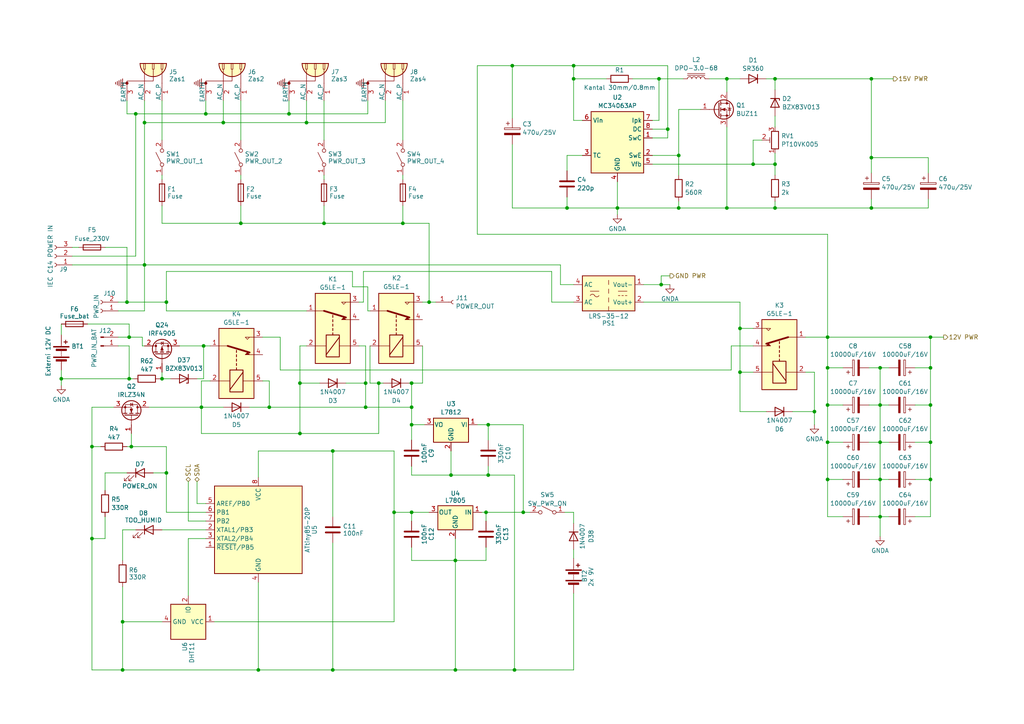
<source format=kicad_sch>
(kicad_sch (version 20230121) (generator eeschema)
  (paper "A4")
  (title_block (title "Astrobox") (date "2024-04-13") (rev "2"))
  (lib_symbols
    (symbol "Connector:Conn_01x01_Socket" (pin_names (offset 1.016) hide)
      (property "Reference" "J" (at 0 2.54 0))
      (property "Value" "Conn_01x01_Socket" (at 0 -2.54 0))
      (symbol "Conn_01x01_Socket_1_1"
        (pin passive line (at -5.08 0 0) (length 3.81) (name "Pin_1") (number "1"))
      )
    )
    (symbol "Connector:Conn_01x02_Pin" (pin_names (offset 1.016) hide)
      (property "Reference" "J" (at 0 2.54 0))
      (property "Value" "Conn_01x02_Pin" (at 0 -5.08 0))
      (symbol "Conn_01x02_Pin_1_1"
        (pin passive line (at 5.08 0 180) (length 3.81) (name "Pin_1") (number "1"))
        (pin passive line (at 5.08 -2.54 180) (length 3.81) (name "Pin_2") (number "2"))
      )
    )
    (symbol "Connector:Conn_01x02_Socket" (pin_names (offset 1.016) hide)
      (property "Reference" "J" (at 0 2.54 0))
      (property "Value" "Conn_01x02_Socket" (at 0 -5.08 0))
      (symbol "Conn_01x02_Socket_1_1"
        (pin passive line (at -5.08 0 0) (length 3.81) (name "Pin_1") (number "1"))
        (pin passive line (at -5.08 -2.54 0) (length 3.81) (name "Pin_2") (number "2"))
      )
    )
    (symbol "Connector:Conn_01x03_Socket" (pin_names (offset 1.016) hide)
      (property "Reference" "J" (at 0 5.08 0))
      (property "Value" "Conn_01x03_Socket" (at 0 -5.08 0))
      (symbol "Conn_01x03_Socket_1_1"
        (pin passive line (at -5.08 2.54 0) (length 3.81) (name "Pin_1") (number "1"))
        (pin passive line (at -5.08 0 0) (length 3.81) (name "Pin_2") (number "2"))
        (pin passive line (at -5.08 -2.54 0) (length 3.81) (name "Pin_3") (number "3"))
      )
    )
    (symbol "Connector:Conn_WallSocket_Earth" (pin_names (offset 0))
      (property "Reference" "J" (at 3.81 6.985 0))
      (property "Value" "Conn_WallSocket_Earth" (at 7.62 2.54 90))
      (symbol "Conn_WallSocket_Earth_1_1"
        (pin power_in line (at -5.08 5.08 0) (length 5.08) (name "AC_P") (number "1"))
        (pin power_in line (at -5.08 0 0) (length 5.08) (name "AC_N") (number "2"))
        (pin passive line (at -5.08 -5.08 0) (length 5.08) (name "EARTH") (number "3"))
      )
    )
    (symbol "Converter_ACDC:TMLM05103"
      (property "Reference" "PS" (at 0 6.35 0))
      (property "Value" "TMLM05103" (at 0 -6.35 0))
      (symbol "TMLM05103_1_1"
        (pin power_out line (at 10.16 -2.54 180) (length 2.54) (name "Vout-") (number "1"))
        (pin power_out line (at 10.16 2.54 180) (length 2.54) (name "Vout+") (number "2"))
        (pin power_in line (at -10.16 2.54 0) (length 2.54) (name "AC") (number "3"))
        (pin power_in line (at -10.16 -2.54 0) (length 2.54) (name "AC") (number "4"))
      )
    )
    (symbol "Device:Battery" (pin_numbers hide) (pin_names (offset 0) hide)
      (property "Reference" "BT" (at 2.54 2.54 0))
      (property "Value" "Battery" (at 2.54 0 0))
      (symbol "Battery_1_1"
        (pin passive line (at 0 5.08 270) (length 2.54) (name "+") (number "1"))
        (pin passive line (at 0 -5.08 90) (length 2.54) (name "-") (number "2"))
      )
    )
    (symbol "Device:C" (pin_numbers hide) (pin_names (offset 0.254))
      (property "Reference" "C" (at 0.635 2.54 0))
      (property "Value" "C" (at 0.635 -2.54 0))
      (symbol "C_1_1"
        (pin passive line (at 0 3.81 270) (length 2.794) (name "~") (number "1"))
        (pin passive line (at 0 -3.81 90) (length 2.794) (name "~") (number "2"))
      )
    )
    (symbol "Device:C_Polarized" (pin_numbers hide) (pin_names (offset 0.254))
      (property "Reference" "C" (at 0.635 2.54 0))
      (property "Value" "C_Polarized" (at 0.635 -2.54 0))
      (symbol "C_Polarized_1_1"
        (pin passive line (at 0 3.81 270) (length 2.794) (name "~") (number "1"))
        (pin passive line (at 0 -3.81 90) (length 2.794) (name "~") (number "2"))
      )
    )
    (symbol "Device:D" (pin_numbers hide) (pin_names (offset 1.016) hide)
      (property "Reference" "D" (at 0 2.54 0))
      (property "Value" "D" (at 0 -2.54 0))
      (symbol "D_1_1"
        (pin passive line (at -3.81 0 0) (length 2.54) (name "K") (number "1"))
        (pin passive line (at 3.81 0 180) (length 2.54) (name "A") (number "2"))
      )
    )
    (symbol "Device:D_Zener" (pin_numbers hide) (pin_names (offset 1.016) hide)
      (property "Reference" "D" (at 0 2.54 0))
      (property "Value" "D_Zener" (at 0 -2.54 0))
      (symbol "D_Zener_1_1"
        (pin passive line (at -3.81 0 0) (length 2.54) (name "K") (number "1"))
        (pin passive line (at 3.81 0 180) (length 2.54) (name "A") (number "2"))
      )
    )
    (symbol "Device:Fuse" (pin_numbers hide) (pin_names (offset 0))
      (property "Reference" "F" (at 2.032 0 90))
      (property "Value" "Fuse" (at -1.905 0 90))
      (symbol "Fuse_1_1"
        (pin passive line (at 0 3.81 270) (length 1.27) (name "~") (number "1"))
        (pin passive line (at 0 -3.81 90) (length 1.27) (name "~") (number "2"))
      )
    )
    (symbol "Device:LED" (pin_numbers hide) (pin_names (offset 1.016) hide)
      (property "Reference" "D" (at 0 2.54 0))
      (property "Value" "LED" (at 0 -2.54 0))
      (symbol "LED_1_1"
        (pin passive line (at -3.81 0 0) (length 2.54) (name "K") (number "1"))
        (pin passive line (at 3.81 0 180) (length 2.54) (name "A") (number "2"))
      )
    )
    (symbol "Device:L_Iron" (pin_numbers hide) (pin_names (offset 1.016) hide)
      (property "Reference" "L" (at -1.27 0 90))
      (property "Value" "L_Iron" (at 2.794 0 90))
      (symbol "L_Iron_1_1"
        (pin passive line (at 0 3.81 270) (length 1.27) (name "1") (number "1"))
        (pin passive line (at 0 -3.81 90) (length 1.27) (name "2") (number "2"))
      )
    )
    (symbol "Device:R" (pin_numbers hide) (pin_names (offset 0))
      (property "Reference" "R" (at 2.032 0 90))
      (property "Value" "R" (at 0 0 90))
      (symbol "R_1_1"
        (pin passive line (at 0 3.81 270) (length 1.27) (name "~") (number "1"))
        (pin passive line (at 0 -3.81 90) (length 1.27) (name "~") (number "2"))
      )
    )
    (symbol "Device:R_Potentiometer_Trim" (pin_names (offset 1.016) hide)
      (property "Reference" "RV" (at -4.445 0 90))
      (property "Value" "R_Potentiometer_Trim" (at -2.54 0 90))
      (symbol "R_Potentiometer_Trim_1_1"
        (pin passive line (at 0 3.81 270) (length 1.27) (name "1") (number "1"))
        (pin passive line (at 3.81 0 180) (length 1.27) (name "2") (number "2"))
        (pin passive line (at 0 -3.81 90) (length 1.27) (name "3") (number "3"))
      )
    )
    (symbol "Diode:1N4007" (pin_numbers hide) (pin_names hide)
      (property "Reference" "D" (at 0 2.54 0))
      (property "Value" "1N4007" (at 0 -2.54 0))
      (symbol "1N4007_1_1"
        (pin passive line (at -3.81 0 0) (length 2.54) (name "K") (number "1"))
        (pin passive line (at 3.81 0 180) (length 2.54) (name "A") (number "2"))
      )
    )
    (symbol "MCU_Microchip_ATtiny:ATtiny85-20P"
      (property "Reference" "U" (at -12.7 13.97 0))
      (property "Value" "ATtiny85-20P" (at 2.54 -13.97 0))
      (symbol "ATtiny85-20P_1_1"
        (pin bidirectional line (at 15.24 -5.08 180) (length 2.54) (name "~{RESET}/PB5") (number "1"))
        (pin bidirectional line (at 15.24 0 180) (length 2.54) (name "XTAL1/PB3") (number "2"))
        (pin bidirectional line (at 15.24 -2.54 180) (length 2.54) (name "XTAL2/PB4") (number "3"))
        (pin power_in line (at 0 -15.24 90) (length 2.54) (name "GND") (number "4"))
        (pin bidirectional line (at 15.24 7.62 180) (length 2.54) (name "AREF/PB0") (number "5"))
        (pin bidirectional line (at 15.24 5.08 180) (length 2.54) (name "PB1") (number "6"))
        (pin bidirectional line (at 15.24 2.54 180) (length 2.54) (name "PB2") (number "7"))
        (pin power_in line (at 0 15.24 270) (length 2.54) (name "VCC") (number "8"))
      )
    )
    (symbol "Regulator_Linear:L7805" (pin_names (offset 0.254))
      (property "Reference" "U" (at -3.81 3.175 0))
      (property "Value" "L7805" (at 0 3.175 0))
      (symbol "L7805_1_1"
        (pin power_in line (at -7.62 0 0) (length 2.54) (name "IN") (number "1"))
        (pin power_in line (at 0 -7.62 90) (length 2.54) (name "GND") (number "2"))
        (pin power_out line (at 7.62 0 180) (length 2.54) (name "OUT") (number "3"))
      )
    )
    (symbol "Regulator_Linear:LM7812_TO220" (pin_names (offset 0.254))
      (property "Reference" "U" (at -3.81 3.175 0))
      (property "Value" "LM7812_TO220" (at 0 3.175 0))
      (symbol "LM7812_TO220_1_1"
        (pin power_in line (at -7.62 0 0) (length 2.54) (name "VI") (number "1"))
        (pin power_in line (at 0 -7.62 90) (length 2.54) (name "GND") (number "2"))
        (pin power_out line (at 7.62 0 180) (length 2.54) (name "VO") (number "3"))
      )
    )
    (symbol "Regulator_Switching:MC34063AP"
      (property "Reference" "U" (at -7.62 8.89 0))
      (property "Value" "MC34063AP" (at 0 8.89 0))
      (symbol "MC34063AP_1_1"
        (pin open_collector line (at 10.16 0 180) (length 2.54) (name "SwC") (number "1"))
        (pin open_emitter line (at 10.16 -5.08 180) (length 2.54) (name "SwE") (number "2"))
        (pin passive line (at -10.16 -5.08 0) (length 2.54) (name "TC") (number "3"))
        (pin power_in line (at 0 -12.7 90) (length 2.54) (name "GND") (number "4"))
        (pin input line (at 10.16 -7.62 180) (length 2.54) (name "Vfb") (number "5"))
        (pin power_in line (at -10.16 5.08 0) (length 2.54) (name "Vin") (number "6"))
        (pin input line (at 10.16 5.08 180) (length 2.54) (name "Ipk") (number "7"))
        (pin open_collector line (at 10.16 2.54 180) (length 2.54) (name "DC") (number "8"))
      )
    )
    (symbol "Relay:G5LE-1"
      (property "Reference" "K" (at 11.43 3.81 0))
      (property "Value" "G5LE-1" (at 11.43 1.27 0))
      (symbol "G5LE-1_1_1"
        (pin passive line (at 5.08 -7.62 90) (length 2.54) (name "~") (number "1"))
        (pin passive line (at -5.08 -7.62 90) (length 2.54) (name "~") (number "2"))
        (pin passive line (at 7.62 7.62 270) (length 2.54) (name "~") (number "3"))
        (pin passive line (at 2.54 7.62 270) (length 2.54) (name "~") (number "4"))
        (pin passive line (at -5.08 7.62 270) (length 2.54) (name "~") (number "5"))
      )
    )
    (symbol "Sensor:DHT11"
      (property "Reference" "U" (at -3.81 6.35 0))
      (property "Value" "DHT11" (at 3.81 6.35 0))
      (symbol "DHT11_1_1"
        (pin power_in line (at 0 7.62 270) (length 2.54) (name "VCC") (number "1"))
        (pin bidirectional line (at 7.62 0 180) (length 2.54) (name "IO") (number "2"))
        (pin no_connect line (at -5.08 0 0) (length 2.54) hide (name "NC") (number "3"))
        (pin power_in line (at 0 -7.62 90) (length 2.54) (name "GND") (number "4"))
      )
    )
    (symbol "Switch:SW_SPST" (pin_names (offset 0) hide)
      (property "Reference" "SW" (at 0 3.175 0))
      (property "Value" "SW_SPST" (at 0 -2.54 0))
      (symbol "SW_SPST_1_1"
        (pin passive line (at -5.08 0 0) (length 2.54) (name "A") (number "1"))
        (pin passive line (at 5.08 0 180) (length 2.54) (name "B") (number "2"))
      )
    )
    (symbol "Transistor_FET:BUZ11" (pin_names hide)
      (property "Reference" "Q" (at 5.08 1.905 0))
      (property "Value" "BUZ11" (at 5.08 0 0))
      (symbol "BUZ11_1_1"
        (pin input line (at -5.08 0 0) (length 2.54) (name "G") (number "1"))
        (pin passive line (at 2.54 5.08 270) (length 2.54) (name "D") (number "2"))
        (pin passive line (at 2.54 -5.08 90) (length 2.54) (name "S") (number "3"))
      )
    )
    (symbol "Transistor_FET:IRF4905" (pin_names hide)
      (property "Reference" "Q" (at 5.08 1.905 0))
      (property "Value" "IRF4905" (at 5.08 0 0))
      (symbol "IRF4905_1_1"
        (pin input line (at -5.08 0 0) (length 2.54) (name "G") (number "1"))
        (pin passive line (at 2.54 5.08 270) (length 2.54) (name "D") (number "2"))
        (pin passive line (at 2.54 -5.08 90) (length 2.54) (name "S") (number "3"))
      )
    )
    (symbol "Transistor_FET:IRLZ34N" (pin_names hide)
      (property "Reference" "Q" (at 5.08 1.905 0))
      (property "Value" "IRLZ34N" (at 5.08 0 0))
      (symbol "IRLZ34N_1_1"
        (pin input line (at -5.08 0 0) (length 2.54) (name "G") (number "1"))
        (pin passive line (at 2.54 5.08 270) (length 2.54) (name "D") (number "2"))
        (pin passive line (at 2.54 -5.08 90) (length 2.54) (name "S") (number "3"))
      )
    )
    (symbol "power:GNDA" (power) (pin_names (offset 0))
      (property "Value" "GNDA" (at 0 -3.81 0))
      (symbol "GNDA_1_1"
        (pin power_in line (at 0 0 270) (length 0) hide (name "GNDA") (number "1"))
      )
    )
  )
  (junction (at 240.03 117.475))
  (junction (at 255.27 139.065))
  (junction (at 35.56 194.31))
  (junction (at 59.69 33.02))
  (junction (at 210.82 60.325))
  (junction (at 214.63 95.25))
  (junction (at 210.82 22.86))
  (junction (at 119.38 123.19))
  (junction (at 224.79 47.625))
  (junction (at 106.045 118.11))
  (junction (at 269.875 106.68))
  (junction (at 93.98 64.77))
  (junction (at 74.93 194.31))
  (junction (at 151.765 148.59))
  (junction (at 96.52 130.81))
  (junction (at 41.91 76.835))
  (junction (at 252.73 45.72))
  (junction (at 240.03 128.27))
  (junction (at 149.225 194.31))
  (junction (at 124.46 87.63))
  (junction (at 269.875 117.475))
  (junction (at 106.045 111.125))
  (junction (at 59.055 100.33))
  (junction (at 141.605 123.19))
  (junction (at 48.26 137.16))
  (junction (at 37.465 97.79))
  (junction (at 39.37 33.02))
  (junction (at 38.1 129.54))
  (junction (at 193.675 37.465))
  (junction (at 140.97 148.59))
  (junction (at 114.3 148.59))
  (junction (at 69.85 64.77))
  (junction (at 36.83 87.63))
  (junction (at 269.875 128.27))
  (junction (at 88.9 35.56))
  (junction (at 255.27 117.475))
  (junction (at 164.465 60.325))
  (junction (at 83.82 33.02))
  (junction (at 46.99 109.855))
  (junction (at 132.08 194.31))
  (junction (at 240.03 106.68))
  (junction (at 255.27 128.27))
  (junction (at 58.42 118.11))
  (junction (at 116.84 64.77))
  (junction (at 191.77 82.55))
  (junction (at 255.27 106.68))
  (junction (at 35.56 180.34))
  (junction (at 17.78 109.855))
  (junction (at 196.85 60.325))
  (junction (at 224.79 22.86))
  (junction (at 224.79 60.325))
  (junction (at 130.81 137.795))
  (junction (at 214.63 107.95))
  (junction (at 240.03 139.065))
  (junction (at 119.38 118.11))
  (junction (at 141.605 137.795))
  (junction (at 109.855 111.125))
  (junction (at 252.73 60.325))
  (junction (at 26.67 129.54))
  (junction (at 166.37 22.86))
  (junction (at 78.105 118.11))
  (junction (at 37.465 109.855))
  (junction (at 179.07 60.325))
  (junction (at 26.67 156.21))
  (junction (at 86.995 111.125))
  (junction (at 166.37 19.05))
  (junction (at 269.875 97.79))
  (junction (at 96.52 194.31))
  (junction (at 41.91 35.56))
  (junction (at 252.73 22.86))
  (junction (at 236.22 119.38))
  (junction (at 148.59 19.05))
  (junction (at 196.85 45.085))
  (junction (at 48.26 87.63))
  (junction (at 240.03 97.79))
  (junction (at 132.08 162.56))
  (junction (at 191.135 22.86))
  (junction (at 64.77 35.56))
  (junction (at 255.27 149.86))
  (junction (at 119.38 111.125))
  (junction (at 269.875 139.065))
  (junction (at 119.38 148.59))
  (junction (at 218.44 47.625))
  (junction (at 86.995 125.73))
  (wire (pts (xy 106.68 29.21) (xy 106.68 33.02)))
  (wire (pts (xy 111.76 35.56) (xy 111.76 29.21)))
  (wire (pts (xy 46.99 29.21) (xy 46.99 40.64)))
  (wire (pts (xy 191.77 82.55) (xy 194.31 82.55)))
  (wire (pts (xy 26.67 129.54) (xy 29.21 129.54)))
  (wire (pts (xy 164.465 45.085) (xy 164.465 49.53)))
  (wire (pts (xy 48.26 78.74) (xy 102.235 78.74)))
  (wire (pts (xy 240.03 117.475) (xy 240.03 106.68)))
  (wire (pts (xy 59.69 29.21) (xy 59.69 33.02)))
  (wire (pts (xy 214.63 95.25) (xy 218.44 95.25)))
  (wire (pts (xy 186.69 82.55) (xy 191.77 82.55)))
  (wire (pts (xy 35.56 194.31) (xy 74.93 194.31)))
  (wire (pts (xy 34.29 90.17) (xy 41.91 90.17)))
  (wire (pts (xy 255.27 106.68) (xy 257.81 106.68)))
  (wire (pts (xy 255.27 139.065) (xy 255.27 149.86)))
  (wire (pts (xy 255.27 139.065) (xy 257.81 139.065)))
  (wire (pts (xy 224.79 44.45) (xy 224.79 47.625)))
  (wire (pts (xy 78.105 110.49) (xy 76.2 110.49)))
  (wire (pts (xy 224.79 33.655) (xy 224.79 36.83)))
  (wire (pts (xy 186.69 87.63) (xy 214.63 87.63)))
  (wire (pts (xy 205.74 22.86) (xy 210.82 22.86)))
  (wire (pts (xy 138.43 19.05) (xy 148.59 19.05)))
  (wire (pts (xy 59.69 148.59) (xy 48.26 148.59)))
  (wire (pts (xy 222.25 22.86) (xy 224.79 22.86)))
  (wire (pts (xy 193.675 40.005) (xy 193.675 37.465)))
  (wire (pts (xy 269.875 106.68) (xy 269.875 97.79)))
  (wire (pts (xy 130.81 137.795) (xy 141.605 137.795)))
  (wire (pts (xy 224.79 60.325) (xy 252.73 60.325)))
  (wire (pts (xy 37.465 109.855) (xy 37.465 100.33)))
  (wire (pts (xy 191.135 34.925) (xy 191.135 22.86)))
  (wire (pts (xy 240.03 106.68) (xy 240.03 97.79)))
  (wire (pts (xy 240.03 149.86) (xy 240.03 139.065)))
  (wire (pts (xy 41.91 76.835) (xy 41.91 90.17)))
  (wire (pts (xy 41.91 29.21) (xy 41.91 35.56)))
  (wire (pts (xy 105.41 78.74) (xy 160.02 78.74)))
  (wire (pts (xy 36.83 33.02) (xy 36.83 29.21)))
  (wire (pts (xy 265.43 139.065) (xy 269.875 139.065)))
  (wire (pts (xy 46.99 109.855) (xy 49.53 109.855)))
  (wire (pts (xy 37.465 109.855) (xy 38.735 109.855)))
  (wire (pts (xy 124.46 87.63) (xy 124.46 64.77)))
  (wire (pts (xy 116.84 29.21) (xy 116.84 40.64)))
  (wire (pts (xy 36.83 129.54) (xy 38.1 129.54)))
  (wire (pts (xy 252.095 117.475) (xy 255.27 117.475)))
  (wire (pts (xy 35.56 180.34) (xy 46.99 180.34)))
  (wire (pts (xy 140.97 162.56) (xy 140.97 158.75)))
  (wire (pts (xy 214.63 107.95) (xy 218.44 107.95)))
  (wire (pts (xy 252.095 149.86) (xy 255.27 149.86)))
  (wire (pts (xy 236.22 107.95) (xy 236.22 119.38)))
  (wire (pts (xy 141.605 123.19) (xy 141.605 127.635)))
  (wire (pts (xy 212.09 100.33) (xy 218.44 100.33)))
  (wire (pts (xy 100.33 111.125) (xy 106.045 111.125)))
  (wire (pts (xy 160.02 87.63) (xy 166.37 87.63)))
  (wire (pts (xy 139.7 148.59) (xy 140.97 148.59)))
  (wire (pts (xy 210.82 60.325) (xy 196.85 60.325)))
  (wire (pts (xy 138.43 123.19) (xy 141.605 123.19)))
  (wire (pts (xy 17.78 93.98) (xy 17.78 97.155)))
  (wire (pts (xy 20.955 71.755) (xy 22.86 71.755)))
  (wire (pts (xy 224.79 47.625) (xy 224.79 50.8)))
  (wire (pts (xy 132.08 156.21) (xy 132.08 162.56)))
  (wire (pts (xy 132.08 194.31) (xy 149.225 194.31)))
  (wire (pts (xy 39.37 33.02) (xy 36.83 33.02)))
  (wire (pts (xy 124.46 64.77) (xy 116.84 64.77)))
  (wire (pts (xy 255.27 149.86) (xy 257.81 149.86)))
  (wire (pts (xy 41.91 35.56) (xy 41.91 76.835)))
  (wire (pts (xy 229.87 119.38) (xy 236.22 119.38)))
  (wire (pts (xy 54.61 156.21) (xy 54.61 172.72)))
  (wire (pts (xy 240.03 97.79) (xy 240.03 67.945)))
  (wire (pts (xy 240.03 139.065) (xy 240.03 128.27)))
  (wire (pts (xy 119.38 118.11) (xy 119.38 111.125)))
  (wire (pts (xy 114.3 148.59) (xy 114.3 180.34)))
  (wire (pts (xy 30.48 149.86) (xy 30.48 156.21)))
  (wire (pts (xy 166.37 34.925) (xy 166.37 22.86)))
  (wire (pts (xy 59.69 33.02) (xy 39.37 33.02)))
  (wire (pts (xy 106.68 33.02) (xy 83.82 33.02)))
  (wire (pts (xy 269.24 60.325) (xy 269.24 57.785)))
  (wire (pts (xy 107.315 100.33) (xy 107.315 111.125)))
  (wire (pts (xy 86.995 111.125) (xy 92.71 111.125)))
  (wire (pts (xy 17.78 109.855) (xy 17.78 111.76)))
  (wire (pts (xy 39.37 33.02) (xy 39.37 74.295)))
  (wire (pts (xy 119.38 162.56) (xy 132.08 162.56)))
  (wire (pts (xy 76.2 97.79) (xy 81.28 97.79)))
  (wire (pts (xy 163.83 148.59) (xy 166.37 148.59)))
  (wire (pts (xy 119.38 123.19) (xy 119.38 118.11)))
  (wire (pts (xy 244.475 128.27) (xy 240.03 128.27)))
  (wire (pts (xy 214.63 107.95) (xy 214.63 119.38)))
  (wire (pts (xy 41.91 76.835) (xy 162.56 76.835)))
  (wire (pts (xy 218.44 40.64) (xy 218.44 47.625)))
  (wire (pts (xy 74.93 130.81) (xy 96.52 130.81)))
  (wire (pts (xy 38.1 129.54) (xy 48.26 129.54)))
  (wire (pts (xy 140.97 148.59) (xy 151.765 148.59)))
  (wire (pts (xy 210.82 22.86) (xy 210.82 26.67)))
  (wire (pts (xy 35.56 170.18) (xy 35.56 180.34)))
  (wire (pts (xy 96.52 157.48) (xy 96.52 194.31)))
  (wire (pts (xy 255.27 117.475) (xy 257.81 117.475)))
  (wire (pts (xy 189.23 40.005) (xy 193.675 40.005)))
  (wire (pts (xy 191.135 22.86) (xy 198.12 22.86)))
  (wire (pts (xy 106.68 83.185) (xy 106.68 90.17)))
  (wire (pts (xy 59.69 146.05) (xy 57.15 146.05)))
  (wire (pts (xy 189.23 37.465) (xy 193.675 37.465)))
  (wire (pts (xy 141.605 137.795) (xy 141.605 135.255)))
  (wire (pts (xy 35.56 180.34) (xy 35.56 194.31)))
  (wire (pts (xy 69.85 59.69) (xy 69.85 64.77)))
  (wire (pts (xy 224.79 22.86) (xy 224.79 26.035)))
  (wire (pts (xy 119.38 123.19) (xy 123.19 123.19)))
  (wire (pts (xy 30.48 71.755) (xy 36.83 71.755)))
  (wire (pts (xy 218.44 47.625) (xy 224.79 47.625)))
  (wire (pts (xy 252.73 45.72) (xy 252.73 22.86)))
  (wire (pts (xy 166.37 172.085) (xy 166.37 194.31)))
  (wire (pts (xy 58.42 118.11) (xy 64.77 118.11)))
  (wire (pts (xy 119.38 127.635) (xy 119.38 123.19)))
  (wire (pts (xy 57.15 109.855) (xy 59.055 109.855)))
  (wire (pts (xy 37.465 100.33) (xy 34.29 100.33)))
  (wire (pts (xy 64.77 35.56) (xy 88.9 35.56)))
  (wire (pts (xy 41.275 100.33) (xy 41.275 97.79)))
  (wire (pts (xy 30.48 137.16) (xy 30.48 142.24)))
  (wire (pts (xy 119.38 148.59) (xy 124.46 148.59)))
  (wire (pts (xy 265.43 149.86) (xy 269.875 149.86)))
  (wire (pts (xy 196.85 58.42) (xy 196.85 60.325)))
  (wire (pts (xy 210.82 22.86) (xy 214.63 22.86)))
  (wire (pts (xy 269.875 128.27) (xy 269.875 117.475)))
  (wire (pts (xy 105.41 87.63) (xy 105.41 78.74)))
  (wire (pts (xy 191.77 80.01) (xy 191.77 82.55)))
  (wire (pts (xy 46.99 64.77) (xy 46.99 59.69)))
  (wire (pts (xy 269.875 117.475) (xy 269.875 106.68)))
  (wire (pts (xy 46.99 107.95) (xy 46.99 109.855)))
  (wire (pts (xy 74.93 194.31) (xy 96.52 194.31)))
  (wire (pts (xy 132.08 162.56) (xy 140.97 162.56)))
  (wire (pts (xy 214.63 95.25) (xy 214.63 107.95)))
  (wire (pts (xy 107.315 90.17) (xy 106.68 90.17)))
  (wire (pts (xy 166.37 159.385) (xy 166.37 161.925)))
  (wire (pts (xy 17.78 109.855) (xy 37.465 109.855)))
  (wire (pts (xy 20.955 74.295) (xy 39.37 74.295)))
  (wire (pts (xy 34.29 87.63) (xy 36.83 87.63)))
  (wire (pts (xy 212.09 107.315) (xy 212.09 100.33)))
  (wire (pts (xy 191.135 22.86) (xy 183.515 22.86)))
  (wire (pts (xy 255.27 117.475) (xy 255.27 128.27)))
  (wire (pts (xy 26.67 129.54) (xy 26.67 156.21)))
  (wire (pts (xy 48.26 90.17) (xy 88.9 90.17)))
  (wire (pts (xy 39.37 153.67) (xy 35.56 153.67)))
  (wire (pts (xy 265.43 106.68) (xy 269.875 106.68)))
  (wire (pts (xy 26.67 156.21) (xy 26.67 194.31)))
  (wire (pts (xy 166.37 22.86) (xy 175.895 22.86)))
  (wire (pts (xy 102.235 78.74) (xy 102.235 83.185)))
  (wire (pts (xy 58.42 118.11) (xy 58.42 125.73)))
  (wire (pts (xy 62.23 180.34) (xy 114.3 180.34)))
  (wire (pts (xy 60.96 110.49) (xy 58.42 110.49)))
  (wire (pts (xy 109.855 111.125) (xy 109.855 125.73)))
  (wire (pts (xy 220.98 40.64) (xy 218.44 40.64)))
  (wire (pts (xy 122.555 111.125) (xy 119.38 111.125)))
  (wire (pts (xy 25.4 93.98) (xy 37.465 93.98)))
  (wire (pts (xy 83.82 29.21) (xy 83.82 33.02)))
  (wire (pts (xy 252.73 22.86) (xy 224.79 22.86)))
  (wire (pts (xy 26.67 118.11) (xy 26.67 129.54)))
  (wire (pts (xy 138.43 67.945) (xy 240.03 67.945)))
  (wire (pts (xy 93.98 59.69) (xy 93.98 64.77)))
  (wire (pts (xy 78.105 118.11) (xy 106.045 118.11)))
  (wire (pts (xy 233.68 107.95) (xy 236.22 107.95)))
  (wire (pts (xy 96.52 130.81) (xy 114.3 130.81)))
  (wire (pts (xy 168.91 34.925) (xy 166.37 34.925)))
  (wire (pts (xy 168.91 45.085) (xy 164.465 45.085)))
  (wire (pts (xy 140.97 148.59) (xy 140.97 151.13)))
  (wire (pts (xy 52.07 100.33) (xy 59.055 100.33)))
  (wire (pts (xy 233.68 97.79) (xy 240.03 97.79)))
  (wire (pts (xy 196.85 45.085) (xy 196.85 50.8)))
  (wire (pts (xy 269.24 45.72) (xy 269.24 50.165)))
  (wire (pts (xy 114.3 148.59) (xy 114.3 130.81)))
  (wire (pts (xy 151.765 123.19) (xy 141.605 123.19)))
  (wire (pts (xy 138.43 67.945) (xy 138.43 19.05)))
  (wire (pts (xy 189.23 34.925) (xy 191.135 34.925)))
  (wire (pts (xy 269.875 139.065) (xy 269.875 128.27)))
  (wire (pts (xy 255.27 128.27) (xy 257.81 128.27)))
  (wire (pts (xy 69.85 64.77) (xy 46.99 64.77)))
  (wire (pts (xy 240.03 128.27) (xy 240.03 117.475)))
  (wire (pts (xy 59.055 109.855) (xy 59.055 100.33)))
  (wire (pts (xy 114.3 148.59) (xy 119.38 148.59)))
  (wire (pts (xy 151.765 148.59) (xy 153.67 148.59)))
  (wire (pts (xy 106.045 111.125) (xy 106.045 118.11)))
  (wire (pts (xy 194.31 80.01) (xy 191.77 80.01)))
  (wire (pts (xy 86.995 125.73) (xy 86.995 111.125)))
  (wire (pts (xy 252.095 106.68) (xy 255.27 106.68)))
  (wire (pts (xy 48.26 87.63) (xy 48.26 78.74)))
  (wire (pts (xy 116.84 50.8) (xy 116.84 52.07)))
  (wire (pts (xy 44.45 137.16) (xy 48.26 137.16)))
  (wire (pts (xy 36.83 137.16) (xy 30.48 137.16)))
  (wire (pts (xy 164.465 57.15) (xy 164.465 60.325)))
  (wire (pts (xy 86.995 125.73) (xy 109.855 125.73)))
  (wire (pts (xy 48.26 148.59) (xy 48.26 137.16)))
  (wire (pts (xy 122.555 100.33) (xy 122.555 111.125)))
  (wire (pts (xy 252.73 57.785) (xy 252.73 60.325)))
  (wire (pts (xy 48.26 137.16) (xy 48.26 129.54)))
  (wire (pts (xy 119.38 158.75) (xy 119.38 162.56)))
  (wire (pts (xy 74.93 168.91) (xy 74.93 194.31)))
  (wire (pts (xy 34.29 97.79) (xy 37.465 97.79)))
  (wire (pts (xy 252.095 139.065) (xy 255.27 139.065)))
  (wire (pts (xy 37.465 97.79) (xy 37.465 93.98)))
  (wire (pts (xy 48.26 87.63) (xy 48.26 90.17)))
  (wire (pts (xy 81.28 107.315) (xy 212.09 107.315)))
  (wire (pts (xy 36.83 71.755) (xy 36.83 87.63)))
  (wire (pts (xy 148.59 19.05) (xy 148.59 34.29)))
  (wire (pts (xy 57.15 139.7) (xy 57.15 146.05)))
  (wire (pts (xy 88.9 35.56) (xy 111.76 35.56)))
  (wire (pts (xy 214.63 119.38) (xy 222.25 119.38)))
  (wire (pts (xy 252.73 50.165) (xy 252.73 45.72)))
  (wire (pts (xy 265.43 117.475) (xy 269.875 117.475)))
  (wire (pts (xy 269.875 97.79) (xy 273.685 97.79)))
  (wire (pts (xy 193.675 37.465) (xy 193.675 19.05)))
  (wire (pts (xy 46.99 50.8) (xy 46.99 52.07)))
  (wire (pts (xy 196.85 45.085) (xy 196.85 31.75)))
  (wire (pts (xy 26.67 118.11) (xy 33.02 118.11)))
  (wire (pts (xy 179.07 60.325) (xy 196.85 60.325)))
  (wire (pts (xy 54.61 139.7) (xy 54.61 151.13)))
  (wire (pts (xy 93.98 64.77) (xy 69.85 64.77)))
  (wire (pts (xy 72.39 118.11) (xy 78.105 118.11)))
  (wire (pts (xy 106.045 100.33) (xy 104.14 100.33)))
  (wire (pts (xy 179.07 52.705) (xy 179.07 60.325)))
  (wire (pts (xy 78.105 118.11) (xy 78.105 110.49)))
  (wire (pts (xy 86.995 100.33) (xy 86.995 111.125)))
  (wire (pts (xy 96.52 130.81) (xy 96.52 149.86)))
  (wire (pts (xy 162.56 76.835) (xy 162.56 82.55)))
  (wire (pts (xy 244.475 149.86) (xy 240.03 149.86)))
  (wire (pts (xy 255.27 149.86) (xy 255.27 155.575)))
  (wire (pts (xy 119.38 137.795) (xy 130.81 137.795)))
  (wire (pts (xy 36.83 87.63) (xy 48.26 87.63)))
  (wire (pts (xy 149.225 194.31) (xy 166.37 194.31)))
  (wire (pts (xy 148.59 19.05) (xy 166.37 19.05)))
  (wire (pts (xy 210.82 36.83) (xy 210.82 60.325)))
  (wire (pts (xy 141.605 137.795) (xy 149.225 137.795)))
  (wire (pts (xy 252.095 128.27) (xy 255.27 128.27)))
  (wire (pts (xy 58.42 110.49) (xy 58.42 118.11)))
  (wire (pts (xy 122.555 87.63) (xy 124.46 87.63)))
  (wire (pts (xy 179.07 60.325) (xy 164.465 60.325)))
  (wire (pts (xy 46.99 153.67) (xy 59.69 153.67)))
  (wire (pts (xy 151.765 148.59) (xy 151.765 123.19)))
  (wire (pts (xy 111.125 111.125) (xy 109.855 111.125)))
  (wire (pts (xy 132.08 162.56) (xy 132.08 194.31)))
  (wire (pts (xy 64.77 29.21) (xy 64.77 35.56)))
  (wire (pts (xy 224.79 58.42) (xy 224.79 60.325)))
  (wire (pts (xy 104.14 87.63) (xy 105.41 87.63)))
  (wire (pts (xy 255.27 128.27) (xy 255.27 139.065)))
  (wire (pts (xy 160.02 78.74) (xy 160.02 87.63)))
  (wire (pts (xy 179.07 60.325) (xy 179.07 62.23)))
  (wire (pts (xy 255.27 106.68) (xy 255.27 117.475)))
  (wire (pts (xy 30.48 156.21) (xy 26.67 156.21)))
  (wire (pts (xy 102.235 83.185) (xy 106.68 83.185)))
  (wire (pts (xy 58.42 125.73) (xy 86.995 125.73)))
  (wire (pts (xy 252.73 60.325) (xy 269.24 60.325)))
  (wire (pts (xy 214.63 87.63) (xy 214.63 95.25)))
  (wire (pts (xy 166.37 19.05) (xy 193.675 19.05)))
  (wire (pts (xy 166.37 148.59) (xy 166.37 151.765)))
  (wire (pts (xy 149.225 137.795) (xy 149.225 194.31)))
  (wire (pts (xy 88.9 29.21) (xy 88.9 35.56)))
  (wire (pts (xy 88.9 100.33) (xy 86.995 100.33)))
  (wire (pts (xy 81.28 97.79) (xy 81.28 107.315)))
  (wire (pts (xy 43.18 118.11) (xy 58.42 118.11)))
  (wire (pts (xy 41.91 35.56) (xy 64.77 35.56)))
  (wire (pts (xy 240.03 97.79) (xy 269.875 97.79)))
  (wire (pts (xy 244.475 117.475) (xy 240.03 117.475)))
  (wire (pts (xy 26.67 194.31) (xy 35.56 194.31)))
  (wire (pts (xy 148.59 60.325) (xy 164.465 60.325)))
  (wire (pts (xy 244.475 106.68) (xy 240.03 106.68)))
  (wire (pts (xy 119.38 151.13) (xy 119.38 148.59)))
  (wire (pts (xy 93.98 29.21) (xy 93.98 40.64)))
  (wire (pts (xy 189.23 45.085) (xy 196.85 45.085)))
  (wire (pts (xy 162.56 82.55) (xy 166.37 82.55)))
  (wire (pts (xy 130.81 130.81) (xy 130.81 137.795)))
  (wire (pts (xy 116.84 59.69) (xy 116.84 64.77)))
  (wire (pts (xy 265.43 128.27) (xy 269.875 128.27)))
  (wire (pts (xy 83.82 33.02) (xy 59.69 33.02)))
  (wire (pts (xy 59.69 151.13) (xy 54.61 151.13)))
  (wire (pts (xy 69.85 50.8) (xy 69.85 52.07)))
  (wire (pts (xy 35.56 153.67) (xy 35.56 162.56)))
  (wire (pts (xy 116.84 64.77) (xy 93.98 64.77)))
  (wire (pts (xy 93.98 50.8) (xy 93.98 52.07)))
  (wire (pts (xy 69.85 29.21) (xy 69.85 40.64)))
  (wire (pts (xy 106.045 111.125) (xy 106.045 100.33)))
  (wire (pts (xy 74.93 130.81) (xy 74.93 138.43)))
  (wire (pts (xy 166.37 22.86) (xy 166.37 19.05)))
  (wire (pts (xy 96.52 194.31) (xy 132.08 194.31)))
  (wire (pts (xy 189.23 47.625) (xy 218.44 47.625)))
  (wire (pts (xy 224.79 60.325) (xy 210.82 60.325)))
  (wire (pts (xy 252.73 22.86) (xy 259.08 22.86)))
  (wire (pts (xy 41.275 97.79) (xy 37.465 97.79)))
  (wire (pts (xy 124.46 87.63) (xy 126.365 87.63)))
  (wire (pts (xy 59.055 100.33) (xy 60.96 100.33)))
  (wire (pts (xy 41.275 100.33) (xy 41.91 100.33)))
  (wire (pts (xy 106.045 118.11) (xy 119.38 118.11)))
  (wire (pts (xy 38.1 125.73) (xy 38.1 129.54)))
  (wire (pts (xy 107.315 111.125) (xy 109.855 111.125)))
  (wire (pts (xy 46.355 109.855) (xy 46.99 109.855)))
  (wire (pts (xy 119.38 135.255) (xy 119.38 137.795)))
  (wire (pts (xy 196.85 31.75) (xy 203.2 31.75)))
  (wire (pts (xy 148.59 60.325) (xy 148.59 41.91)))
  (wire (pts (xy 236.22 119.38) (xy 236.22 123.19)))
  (wire (pts (xy 252.73 45.72) (xy 269.24 45.72)))
  (wire (pts (xy 17.78 107.315) (xy 17.78 109.855)))
  (wire (pts (xy 269.875 149.86) (xy 269.875 139.065)))
  (wire (pts (xy 119.38 111.125) (xy 118.745 111.125)))
  (wire (pts (xy 244.475 139.065) (xy 240.03 139.065)))
  (wire (pts (xy 20.955 76.835) (xy 41.91 76.835)))
  (wire (pts (xy 59.69 156.21) (xy 54.61 156.21)))
  (hierarchical_label "15V PWR" (shape output) (at 259.08 22.86 0))
  (hierarchical_label "SDA" (shape bidirectional) (at 57.15 139.7 90))
  (hierarchical_label "GND PWR" (shape output) (at 194.31 80.01 0))
  (hierarchical_label "SCL" (shape bidirectional) (at 54.61 139.7 90))
  (hierarchical_label "12V PWR" (shape output) (at 273.685 97.79 0))
  (symbol (lib_id "Device:LED") (at 43.18 153.67 0) (unit 1)
    (property "Reference" "D8" (at 41.5925 148.82 0))
    (property "Value" "TOO_HUMID" (at 41.5925 150.868 0))
    (property "Footprint" "Connector_PinHeader_2.54mm:PinHeader_1x02_P2.54mm_Vertical" (effects hide))
  )
  (symbol (lib_id "Device:Battery") (at 17.78 102.235 0) (unit 1) (in_bom no) (on_board no)
    (property "Reference" "BT1" (at 20.701 100.4514 0) (effects (justify left)))
    (property "Value" "Externí 12V DC" (at 13.97 109.22 90) (effects (justify left)))
  )
  (symbol (lib_id "Device:C_Polarized") (at 252.73 53.975 0) (unit 1)
    (property "Reference" "C5" (at 255.651 51.8739 0) (effects (justify left)))
    (property "Value" "470u/25V" (at 255.651 54.2981 0) (effects (justify left)))
    (property "Footprint" "Capacitor_THT:CP_Radial_D10.0mm_P5.00mm" (effects hide))
  )
  (symbol (lib_id "Switch:SW_SPST") (at 69.85 45.72 90) (unit 1) (in_bom no) (on_board no)
    (property "Reference" "SW2" (at 70.993 44.696 90) (effects (justify right)))
    (property "Value" "PWR_OUT_2" (at 70.993 46.744 90) (effects (justify right)))
    (property "Footprint" "Connector_Wire:SolderWire-1.5sqmm_1x02_P7.8mm_D1.7mm_OD3.9mm" (effects hide))
  )
  (symbol (lib_id "Device:R") (at 179.705 22.86 90) (unit 1)
    (property "Reference" "R1" (at 179.705 20.32 90))
    (property "Value" "Kantal 30mm/0.8mm" (at 179.705 25.4 90))
    (property "Footprint" "Resistor_THT:R_Axial_Power_L20.0mm_W6.4mm_P22.40mm" (effects hide))
  )
  (symbol (lib_id "Diode:1N4007") (at 226.06 119.38 180) (unit 1)
    (property "Reference" "D6" (at 226.06 124.46 0))
    (property "Value" "1N4007" (at 226.06 121.92 0))
    (property "Footprint" "Diode_THT:D_DO-41_SOD81_P10.16mm_Horizontal" (effects hide))
    (property "Datasheet" "http://www.vishay.com/docs/88503/1n4001.pdf" (effects hide))
    (property "Sim.Device" "D" (effects hide))
    (property "Sim.Pins" "1=K 2=A" (effects hide))
  )
  (symbol (lib_id "Relay:G5LE-1") (at 96.52 95.25 270) (mirror x) (unit 1)
    (property "Reference" "K1" (at 96.52 80.9457 90))
    (property "Value" "G5LE-1" (at 96.52 83.3699 90))
    (property "Footprint" "Relay_THT:Relay_SPDT_Omron-G5LE-1" (effects hide))
    (property "Datasheet" "http://www.omron.com/ecb/products/pdf/en-g5le.pdf" (effects hide))
  )
  (symbol (lib_id "Connector:Conn_01x01_Socket") (at 131.445 87.63 0) (unit 1)
    (property "Reference" "J11" (at 132.1562 86.4179 0) (effects (justify left)))
    (property "Value" "POWER_OUT" (at 132.1562 88.8421 0) (effects (justify left)))
    (property "Footprint" "Connector_Wire:SolderWire-1.5sqmm_1x01_D1.7mm_OD3mm" (effects hide))
  )
  (symbol (lib_id "Connector:Conn_01x02_Socket") (at 29.21 90.17 180) (unit 1)
    (property "Reference" "J10" (at 31.75 85.09 0))
    (property "Value" "PWR_IN" (at 27.94 88.9 90))
    (property "Footprint" "Connector_Wire:SolderWire-1.5sqmm_1x02_P6mm_D1.7mm_OD3mm" (effects hide))
  )
  (symbol (lib_id "Connector:Conn_WallSocket_Earth") (at 64.77 24.13 270) (mirror x) (unit 1) (in_bom no) (on_board no)
    (property "Reference" "J6" (at 71.882 20.8625 90) (effects (justify left)))
    (property "Value" "Zas2" (at 71.882 22.9105 90) (effects (justify left)))
    (property "Footprint" "Connector_Wire:SolderWire-1.5sqmm_1x03_P6mm_D1.7mm_OD3mm" (effects hide))
  )
  (symbol (lib_id "Sensor:DHT11") (at 54.61 180.34 270) (mirror x) (unit 1)
    (property "Reference" "U6" (at 53.586 186.182 0) (effects (justify right)))
    (property "Value" "DHT11" (at 55.634 186.182 0) (effects (justify right)))
    (property "Footprint" "Sensor:Aosong_DHT11_5.5x12.0_P2.54mm" (effects hide))
    (property "Datasheet" "http://akizukidenshi.com/download/ds/aosong/DHT11.pdf" (effects hide))
  )
  (symbol (lib_id "Device:R") (at 30.48 146.05 0) (unit 1)
    (property "Reference" "R5" (at 32.258 144.8379 0) (effects (justify left)))
    (property "Value" "330R" (at 32.258 147.2621 0) (effects (justify left)))
    (property "Footprint" "Resistor_THT:R_Axial_DIN0309_L9.0mm_D3.2mm_P12.70mm_Horizontal" (effects hide))
  )
  (symbol (lib_id "Device:C_Polarized") (at 248.285 106.68 90) (unit 1)
    (property "Reference" "C8" (at 247.396 100.3767 90))
    (property "Value" "10000uF/16V" (at 247.396 102.8009 90))
    (property "Footprint" "Capacitor_THT:CP_Radial_D18.0mm_P7.50mm" (effects hide))
  )
  (symbol (lib_id "Switch:SW_SPST") (at 116.84 45.72 90) (unit 1) (in_bom no) (on_board no)
    (property "Reference" "SW4" (at 117.983 44.696 90) (effects (justify right)))
    (property "Value" "PWR_OUT_4" (at 117.983 46.744 90) (effects (justify right)))
    (property "Footprint" "Connector_Wire:SolderWire-1.5sqmm_1x02_P7.8mm_D1.7mm_OD3.9mm" (effects hide))
  )
  (symbol (lib_id "Device:R") (at 196.85 54.61 0) (unit 1)
    (property "Reference" "R2" (at 198.628 53.3979 0) (effects (justify left)))
    (property "Value" "560R" (at 198.628 55.8221 0) (effects (justify left)))
    (property "Footprint" "Resistor_THT:R_Axial_DIN0309_L9.0mm_D3.2mm_P12.70mm_Horizontal" (effects hide))
  )
  (symbol (lib_id "power:GNDA") (at 255.27 155.575 0) (unit 1)
    (property "Reference" "#PWR06" (effects hide))
    (property "Value" "GNDA" (at 255.27 159.7081 0))
  )
  (symbol (lib_id "Device:C_Polarized") (at 261.62 117.475 270) (mirror x) (unit 1)
    (property "Reference" "C61" (at 262.509 111.1717 90))
    (property "Value" "10000uF/16V" (at 262.509 113.5959 90))
    (property "Footprint" "Capacitor_THT:CP_Radial_D18.0mm_P7.50mm" (effects hide))
  )
  (symbol (lib_id "Device:R") (at 33.02 129.54 90) (unit 1)
    (property "Reference" "R4" (at 33.02 124.3797 90))
    (property "Value" "4k7" (at 33.02 126.8039 90))
    (property "Footprint" "Resistor_THT:R_Axial_DIN0309_L9.0mm_D3.2mm_P12.70mm_Horizontal" (effects hide))
  )
  (symbol (lib_id "Switch:SW_SPST") (at 93.98 45.72 90) (unit 1) (in_bom no) (on_board no)
    (property "Reference" "SW3" (at 95.123 44.696 90) (effects (justify right)))
    (property "Value" "PWR_OUT_3" (at 95.123 46.744 90) (effects (justify right)))
    (property "Footprint" "Connector_Wire:SolderWire-1.5sqmm_1x02_P7.8mm_D1.7mm_OD3.9mm" (effects hide))
  )
  (symbol (lib_id "Connector:Conn_WallSocket_Earth") (at 88.9 24.13 270) (mirror x) (unit 1) (in_bom no) (on_board no)
    (property "Reference" "J7" (at 96.012 20.8625 90) (effects (justify left)))
    (property "Value" "Zas3" (at 96.012 22.9105 90) (effects (justify left)))
    (property "Footprint" "Connector_Wire:SolderWire-1.5sqmm_1x03_P6mm_D1.7mm_OD3mm" (effects hide))
  )
  (symbol (lib_id "Device:C") (at 119.38 131.445 0) (unit 1)
    (property "Reference" "C9" (at 125.119 131.445 90))
    (property "Value" "100nF" (at 123.071 131.445 90))
    (property "Footprint" "Capacitor_THT:C_Disc_D5.0mm_W2.5mm_P2.50mm" (effects hide))
  )
  (symbol (lib_id "Switch:SW_SPST") (at 46.99 45.72 90) (unit 1) (in_bom no) (on_board no)
    (property "Reference" "SW1" (at 48.133 44.696 90) (effects (justify right)))
    (property "Value" "PWR_OUT_1" (at 48.133 46.744 90) (effects (justify right)))
    (property "Footprint" "Connector_Wire:SolderWire-1.5sqmm_1x02_P7.8mm_D1.7mm_OD3.9mm" (effects hide))
  )
  (symbol (lib_id "power:GNDA") (at 17.78 111.76 0) (unit 1)
    (property "Reference" "#PWR05" (effects hide))
    (property "Value" "GNDA" (at 17.78 115.8931 0))
  )
  (symbol (lib_id "Device:C_Polarized") (at 261.62 149.86 270) (mirror x) (unit 1)
    (property "Reference" "C64" (at 262.509 143.5567 90))
    (property "Value" "10000uF/16V" (at 262.509 145.9809 90))
    (property "Footprint" "Capacitor_THT:CP_Radial_D18.0mm_P7.50mm" (effects hide))
  )
  (symbol (lib_id "Regulator_Linear:LM7812_TO220") (at 130.81 123.19 0) (mirror y) (unit 1)
    (property "Reference" "U3" (at 130.81 117.1407 0))
    (property "Value" "L7812" (at 130.81 119.5649 0))
    (property "Footprint" "Package_TO_SOT_THT:TO-220-3_Vertical" (effects hide))
    (property "Datasheet" "https://www.onsemi.cn/PowerSolutions/document/MC7800-D.PDF" (effects hide))
  )
  (symbol (lib_id "Regulator_Switching:MC34063AP") (at 179.07 40.005 0) (unit 1)
    (property "Reference" "U2" (at 179.07 28.2407 0))
    (property "Value" "MC34063AP" (at 179.07 30.6649 0))
    (property "Footprint" "Package_DIP:DIP-8_W7.62mm" (effects hide))
    (property "Datasheet" "http://www.onsemi.com/pub_link/Collateral/MC34063A-D.PDF" (effects hide))
  )
  (symbol (lib_id "Device:C_Polarized") (at 261.62 106.68 270) (mirror x) (unit 1)
    (property "Reference" "C58" (at 262.509 100.3767 90))
    (property "Value" "10000uF/16V" (at 262.509 102.8009 90))
    (property "Footprint" "Capacitor_THT:CP_Radial_D18.0mm_P7.50mm" (effects hide))
  )
  (symbol (lib_id "Device:R_Potentiometer_Trim") (at 224.79 40.64 180) (unit 1)
    (property "Reference" "RV1" (at 226.568 39.4279 0) (effects (justify right)))
    (property "Value" "PT10VK005" (at 226.568 41.8521 0) (effects (justify right)))
    (property "Footprint" "Potentiometer_THT:Potentiometer_Piher_PT-10-V10_Vertical" (effects hide))
  )
  (symbol (lib_id "Relay:G5LE-1") (at 68.58 105.41 270) (mirror x) (unit 1)
    (property "Reference" "K4" (at 68.58 91.1057 90))
    (property "Value" "G5LE-1" (at 68.58 93.5299 90))
    (property "Footprint" "Relay_THT:Relay_SPDT_Omron-G5LE-1" (effects hide))
    (property "Datasheet" "http://www.omron.com/ecb/products/pdf/en-g5le.pdf" (effects hide))
  )
  (symbol (lib_id "Relay:G5LE-1") (at 114.935 95.25 270) (mirror x) (unit 1)
    (property "Reference" "K2" (at 113.665 80.645 90) (effects (justify left)))
    (property "Value" "G5LE-1" (at 111.125 83.185 90) (effects (justify left)))
    (property "Footprint" "Relay_THT:Relay_SPDT_Omron-G5LE-1" (effects hide))
    (property "Datasheet" "http://www.omron.com/ecb/products/pdf/en-g5le.pdf" (effects hide))
  )
  (symbol (lib_id "Transistor_FET:BUZ11") (at 208.28 31.75 0) (unit 1)
    (property "Reference" "Q1" (at 213.487 30.5379 0) (effects (justify left)))
    (property "Value" "BUZ11" (at 213.487 32.9621 0) (effects (justify left)))
    (property "Footprint" "Package_TO_SOT_THT:TO-220-3_Vertical" (effects hide))
    (property "Datasheet" "https://media.digikey.com/pdf/Data%20Sheets/Fairchild%20PDFs/BUZ11.pdf" (effects hide))
  )
  (symbol (lib_id "Relay:G5LE-1") (at 226.06 102.87 90) (unit 1)
    (property "Reference" "K3" (at 226.06 88.5657 90))
    (property "Value" "G5LE-1" (at 226.06 90.9899 90))
    (property "Footprint" "Relay_THT:Relay_SPDT_Omron-G5LE-1" (effects hide))
    (property "Datasheet" "http://www.omron.com/ecb/products/pdf/en-g5le.pdf" (effects hide))
  )
  (symbol (lib_id "Switch:SW_SPST") (at 158.75 148.59 0) (mirror y) (unit 1)
    (property "Reference" "SW5" (at 158.75 143.51 0))
    (property "Value" "SW_PWR_ON" (at 158.75 146.05 0))
    (property "Footprint" "Connector_PinHeader_2.54mm:PinHeader_1x02_P2.54mm_Vertical" (effects hide))
  )
  (symbol (lib_id "Device:C_Polarized") (at 261.62 139.065 270) (mirror x) (unit 1)
    (property "Reference" "C63" (at 262.509 132.7617 90))
    (property "Value" "10000uF/16V" (at 262.509 135.1859 90))
    (property "Footprint" "Capacitor_THT:CP_Radial_D18.0mm_P7.50mm" (effects hide))
  )
  (symbol (lib_id "Connector:Conn_01x02_Pin") (at 29.21 100.33 0) (mirror x) (unit 1)
    (property "Reference" "J12" (at 30.48 95.885 0))
    (property "Value" "PWR_IN_BAT" (at 27.305 100.965 90))
    (property "Footprint" "Connector_Wire:SolderWire-1.5sqmm_1x02_P6mm_D1.7mm_OD3mm" (effects hide))
  )
  (symbol (lib_id "Connector:Conn_WallSocket_Earth") (at 41.91 24.13 270) (mirror x) (unit 1) (in_bom no) (on_board no)
    (property "Reference" "J5" (at 49.022 20.8625 90) (effects (justify left)))
    (property "Value" "Zas1" (at 49.022 22.9105 90) (effects (justify left)))
    (property "Footprint" "Connector_Wire:SolderWire-1.5sqmm_1x03_P6mm_D1.7mm_OD3mm" (effects hide))
  )
  (symbol (lib_id "Device:L_Iron") (at 201.93 22.86 90) (unit 1)
    (property "Reference" "L2" (at 201.93 17.3187 90))
    (property "Value" "DPO-3.0-68" (at 201.93 19.7429 90))
    (property "Footprint" "Inductor_THT:L_Toroid_Vertical_L25.4mm_W14.7mm_P12.20mm_Vishay_TJ5" (effects hide))
  )
  (symbol (lib_id "Device:C_Polarized") (at 248.285 139.065 90) (unit 1)
    (property "Reference" "C60" (at 247.396 132.7617 90))
    (property "Value" "10000uF/16V" (at 247.396 135.1859 90))
    (property "Footprint" "Capacitor_THT:CP_Radial_D18.0mm_P7.50mm" (effects hide))
  )
  (symbol (lib_id "Converter_ACDC:TMLM05103") (at 176.53 85.09 0) (mirror x) (unit 1)
    (property "Reference" "PS1" (at 176.53 93.75 0))
    (property "Value" "LRS-35-12" (at 176.53 91.702 0))
    (property "Footprint" "Connector_Molex:Molex_Mini-Fit_Jr_5566-04A_2x02_P4.20mm_Vertical" (effects hide))
    (property "Datasheet" "https://www.tracopower.com/products/tmlm.pdf" (effects hide))
  )
  (symbol (lib_id "Transistor_FET:IRF4905") (at 46.99 102.87 90) (unit 1)
    (property "Reference" "Q24" (at 46.99 94.2807 90))
    (property "Value" "IRF4905" (at 46.99 96.7049 90))
    (property "Footprint" "Package_TO_SOT_THT:TO-220-3_Vertical" (effects hide))
    (property "Datasheet" "http://www.infineon.com/dgdl/irf4905.pdf?fileId=5546d462533600a4015355e32165197c" (effects hide))
  )
  (symbol (lib_id "power:GNDA") (at 179.07 62.23 0) (unit 1)
    (property "Reference" "#PWR03" (effects hide))
    (property "Value" "GNDA" (at 179.07 66.3631 0))
  )
  (symbol (lib_id "power:GNDA") (at 236.22 123.19 0) (unit 1)
    (property "Reference" "#PWR07" (effects hide))
    (property "Value" "GNDA" (at 236.22 127.3231 0))
  )
  (symbol (lib_id "Device:D_Zener") (at 224.79 29.845 270) (unit 1)
    (property "Reference" "D2" (at 226.822 28.6329 90) (effects (justify left)))
    (property "Value" "BZX83V013" (at 226.822 31.0571 90) (effects (justify left)))
    (property "Footprint" "Diode_THT:D_DO-35_SOD27_P7.62mm_Horizontal" (effects hide))
  )
  (symbol (lib_id "Device:C_Polarized") (at 248.285 149.86 90) (unit 1)
    (property "Reference" "C59" (at 247.396 143.5567 90))
    (property "Value" "10000uF/16V" (at 247.396 145.9809 90))
    (property "Footprint" "Capacitor_THT:CP_Radial_D18.0mm_P7.50mm" (effects hide))
  )
  (symbol (lib_id "Device:C") (at 119.38 154.94 0) (unit 1)
    (property "Reference" "C12" (at 125.119 154.94 90))
    (property "Value" "100nF" (at 123.071 154.94 90))
    (property "Footprint" "Capacitor_THT:C_Disc_D5.0mm_W2.5mm_P2.50mm" (effects hide))
  )
  (symbol (lib_id "Device:C") (at 96.52 153.67 0) (unit 1)
    (property "Reference" "C11" (at 99.441 152.646 0) (effects (justify left)))
    (property "Value" "100nF" (at 99.441 154.694 0) (effects (justify left)))
    (property "Footprint" "Capacitor_THT:C_Disc_D5.0mm_W2.5mm_P2.50mm" (effects hide))
  )
  (symbol (lib_id "Device:Battery") (at 166.37 167.005 0) (unit 1)
    (property "Reference" "BT2" (at 169.545 168.91 90) (effects (justify left)))
    (property "Value" "2x 9V" (at 171.45 170.18 90) (effects (justify left)))
    (property "Footprint" "Connector_Wire:SolderWire-0.25sqmm_1x02_P4.2mm_D0.65mm_OD1.7mm" (effects hide))
  )
  (symbol (lib_id "Diode:1N4007") (at 68.58 118.11 180) (unit 1)
    (property "Reference" "D5" (at 68.58 123.19 0))
    (property "Value" "1N4007" (at 68.58 120.65 0))
    (property "Footprint" "Diode_THT:D_DO-41_SOD81_P10.16mm_Horizontal" (effects hide))
    (property "Datasheet" "http://www.vishay.com/docs/88503/1n4001.pdf" (effects hide))
    (property "Sim.Device" "D" (effects hide))
    (property "Sim.Pins" "1=K 2=A" (effects hide))
  )
  (symbol (lib_id "Regulator_Linear:L7805") (at 132.08 148.59 0) (mirror y) (unit 1)
    (property "Reference" "U4" (at 132.08 143.105 0))
    (property "Value" "L7805" (at 132.08 145.153 0))
    (property "Footprint" "Package_TO_SOT_THT:TO-220-3_Vertical" (effects hide))
    (property "Datasheet" "http://www.st.com/content/ccc/resource/technical/document/datasheet/41/4f/b3/b0/12/d4/47/88/CD00000444.pdf/files/CD00000444.pdf/jcr:content/translations/en.CD00000444.pdf" (effects hide))
  )
  (symbol (lib_id "Device:Fuse") (at 93.98 55.88 0) (unit 1) (in_bom no) (on_board no)
    (property "Reference" "F3" (at 95.504 54.856 0) (effects (justify left)))
    (property "Value" "Fuse" (at 95.504 56.904 0) (effects (justify left)))
    (property "Footprint" "Connector_Wire:SolderWire-1sqmm_1x02_P5.4mm_D1.4mm_OD2.7mm" (effects hide))
  )
  (symbol (lib_id "Diode:1N4007") (at 114.935 111.125 180) (unit 1)
    (property "Reference" "D4" (at 114.935 116.205 0))
    (property "Value" "1N4007" (at 114.935 113.665 0))
    (property "Footprint" "Diode_THT:D_DO-41_SOD81_P10.16mm_Horizontal" (effects hide))
    (property "Datasheet" "http://www.vishay.com/docs/88503/1n4001.pdf" (effects hide))
    (property "Sim.Device" "D" (effects hide))
    (property "Sim.Pins" "1=K 2=A" (effects hide))
  )
  (symbol (lib_id "Device:C_Polarized") (at 148.59 38.1 0) (unit 1)
    (property "Reference" "C3" (at 151.511 35.9989 0) (effects (justify left)))
    (property "Value" "470u/25V" (at 151.511 38.4231 0) (effects (justify left)))
    (property "Footprint" "Capacitor_THT:CP_Radial_D10.0mm_P5.00mm" (effects hide))
  )
  (symbol (lib_id "Device:R") (at 35.56 166.37 180) (unit 1)
    (property "Reference" "R6" (at 37.338 165.346 0) (effects (justify right)))
    (property "Value" "330R" (at 37.338 167.394 0) (effects (justify right)))
    (property "Footprint" "Resistor_THT:R_Axial_DIN0309_L9.0mm_D3.2mm_P12.70mm_Horizontal" (effects hide))
  )
  (symbol (lib_id "Device:Fuse") (at 26.67 71.755 90) (unit 1) (in_bom no) (on_board no)
    (property "Reference" "F5" (at 26.67 66.675 90))
    (property "Value" "Fuse_230V" (at 26.67 69.215 90))
    (property "Footprint" "Connector_Wire:SolderWire-1sqmm_1x02_P5.4mm_D1.4mm_OD2.7mm" (effects hide))
  )
  (symbol (lib_id "Device:C_Polarized") (at 261.62 128.27 270) (mirror x) (unit 1)
    (property "Reference" "C62" (at 262.509 121.9667 90))
    (property "Value" "10000uF/16V" (at 262.509 124.3909 90))
    (property "Footprint" "Capacitor_THT:CP_Radial_D18.0mm_P7.50mm" (effects hide))
  )
  (symbol (lib_id "Device:D_Zener") (at 53.34 109.855 180) (unit 1)
    (property "Reference" "D37" (at 53.34 104.4407 0))
    (property "Value" "BZX83V013" (at 53.34 106.8649 0))
    (property "Footprint" "Diode_THT:D_DO-35_SOD27_P7.62mm_Horizontal" (effects hide))
  )
  (symbol (lib_id "Device:C") (at 141.605 131.445 0) (mirror x) (unit 1)
    (property "Reference" "C10" (at 147.344 131.445 90))
    (property "Value" "330nF" (at 145.296 131.445 90))
    (property "Footprint" "Capacitor_THT:C_Disc_D5.0mm_W2.5mm_P2.50mm" (effects hide))
  )
  (symbol (lib_id "Device:C") (at 140.97 154.94 0) (mirror x) (unit 1)
    (property "Reference" "C13" (at 146.709 154.94 90))
    (property "Value" "330nF" (at 144.661 154.94 90))
    (property "Footprint" "Capacitor_THT:C_Disc_D5.0mm_W2.5mm_P2.50mm" (effects hide))
  )
  (symbol (lib_id "Diode:1N4007") (at 96.52 111.125 180) (unit 1)
    (property "Reference" "D3" (at 96.52 116.205 0))
    (property "Value" "1N4007" (at 96.52 113.665 0))
    (property "Footprint" "Diode_THT:D_DO-41_SOD81_P10.16mm_Horizontal" (effects hide))
    (property "Datasheet" "http://www.vishay.com/docs/88503/1n4001.pdf" (effects hide))
    (property "Sim.Device" "D" (effects hide))
    (property "Sim.Pins" "1=K 2=A" (effects hide))
  )
  (symbol (lib_id "Device:C_Polarized") (at 269.24 53.975 0) (unit 1)
    (property "Reference" "C6" (at 272.161 51.8739 0) (effects (justify left)))
    (property "Value" "470u/25V" (at 272.161 54.2981 0) (effects (justify left)))
    (property "Footprint" "Capacitor_THT:CP_Radial_D10.0mm_P5.00mm" (effects hide))
  )
  (symbol (lib_id "power:GNDA") (at 194.31 82.55 0) (unit 1)
    (property "Reference" "#PWR04" (effects hide))
    (property "Value" "GNDA" (at 194.31 86.6831 0))
  )
  (symbol (lib_id "Device:C") (at 164.465 53.34 0) (unit 1)
    (property "Reference" "C4" (at 167.386 52.1279 0) (effects (justify left)))
    (property "Value" "220p" (at 167.386 54.5521 0) (effects (justify left)))
    (property "Footprint" "Capacitor_THT:C_Disc_D5.0mm_W2.5mm_P2.50mm" (effects hide))
  )
  (symbol (lib_id "Device:LED") (at 40.64 137.16 0) (unit 1)
    (property "Reference" "D7" (at 41.91 134.62 0) (effects (justify right)))
    (property "Value" "POWER_ON" (at 45.72 140.97 0) (effects (justify right)))
    (property "Footprint" "Connector_PinHeader_2.54mm:PinHeader_1x02_P2.54mm_Vertical" (effects hide))
  )
  (symbol (lib_id "Device:Fuse") (at 69.85 55.88 0) (unit 1) (in_bom no) (on_board no)
    (property "Reference" "F2" (at 71.374 54.856 0) (effects (justify left)))
    (property "Value" "Fuse" (at 71.374 56.904 0) (effects (justify left)))
    (property "Footprint" "Connector_Wire:SolderWire-1sqmm_1x02_P5.4mm_D1.4mm_OD2.7mm" (effects hide))
  )
  (symbol (lib_id "Device:C_Polarized") (at 248.285 128.27 90) (unit 1)
    (property "Reference" "C57" (at 247.396 121.9667 90))
    (property "Value" "10000uF/16V" (at 247.396 124.3909 90))
    (property "Footprint" "Capacitor_THT:CP_Radial_D18.0mm_P7.50mm" (effects hide))
  )
  (symbol (lib_id "MCU_Microchip_ATtiny:ATtiny85-20P") (at 74.93 153.67 0) (mirror y) (unit 1)
    (property "Reference" "U5" (at 91.21 153.67 90))
    (property "Value" "ATtiny85-20P" (at 89.162 153.67 90))
    (property "Footprint" "Package_DIP:DIP-8_W7.62mm" (effects hide))
    (property "Datasheet" "http://ww1.microchip.com/downloads/en/DeviceDoc/atmel-2586-avr-8-bit-microcontroller-attiny25-attiny45-attiny85_datasheet.pdf" (effects hide))
  )
  (symbol (lib_id "Connector:Conn_WallSocket_Earth") (at 111.76 24.13 270) (mirror x) (unit 1) (in_bom no) (on_board no)
    (property "Reference" "J8" (at 118.872 20.8625 90) (effects (justify left)))
    (property "Value" "Zas4" (at 118.872 22.9105 90) (effects (justify left)))
    (property "Footprint" "Connector_Wire:SolderWire-1.5sqmm_1x03_P6mm_D1.7mm_OD3mm" (effects hide))
  )
  (symbol (lib_id "Transistor_FET:IRLZ34N") (at 38.1 120.65 270) (mirror x) (unit 1)
    (property "Reference" "Q2" (at 38.1 112.0607 90))
    (property "Value" "IRLZ34N" (at 38.1 114.4849 90))
    (property "Footprint" "Package_TO_SOT_THT:TO-220-3_Vertical" (effects hide))
    (property "Datasheet" "http://www.infineon.com/dgdl/irlz34npbf.pdf?fileId=5546d462533600a40153567206892720" (effects hide))
  )
  (symbol (lib_id "Device:D") (at 218.44 22.86 180) (unit 1)
    (property "Reference" "D1" (at 218.44 17.4457 0))
    (property "Value" "SR360" (at 218.44 19.8699 0))
    (property "Footprint" "Diode_THT:D_DO-201AD_P15.24mm_Horizontal" (effects hide))
    (property "Sim.Device" "D" (effects hide))
    (property "Sim.Pins" "1=K 2=A" (effects hide))
  )
  (symbol (lib_id "Device:R") (at 224.79 54.61 0) (unit 1)
    (property "Reference" "R3" (at 226.568 53.3979 0) (effects (justify left)))
    (property "Value" "2k" (at 226.568 55.8221 0) (effects (justify left)))
    (property "Footprint" "Resistor_THT:R_Axial_DIN0309_L9.0mm_D3.2mm_P12.70mm_Horizontal" (effects hide))
  )
  (symbol (lib_id "Connector:Conn_01x03_Socket") (at 15.875 74.295 180) (unit 1) (in_bom no) (on_board no)
    (property "Reference" "J9" (at 18.415 78.105 0))
    (property "Value" "IEC C14 POWER IN" (at 14.605 74.295 90))
    (property "Footprint" "Connector_Wire:SolderWire-1.5sqmm_1x03_P6mm_D1.7mm_OD3mm" (effects hide))
  )
  (symbol (lib_id "Diode:1N4007") (at 166.37 155.575 270) (unit 1)
    (property "Reference" "D38" (at 171.45 155.575 0))
    (property "Value" "1N4007" (at 168.91 155.575 0))
    (property "Footprint" "Diode_THT:D_DO-41_SOD81_P10.16mm_Horizontal" (effects hide))
    (property "Datasheet" "http://www.vishay.com/docs/88503/1n4001.pdf" (effects hide))
    (property "Sim.Device" "D" (effects hide))
    (property "Sim.Pins" "1=K 2=A" (effects hide))
  )
  (symbol (lib_id "Device:C_Polarized") (at 248.285 117.475 90) (unit 1)
    (property "Reference" "C7" (at 247.396 111.1717 90))
    (property "Value" "10000uF/16V" (at 247.396 113.5959 90))
    (property "Footprint" "Capacitor_THT:CP_Radial_D18.0mm_P7.50mm" (effects hide))
  )
  (symbol (lib_id "Device:Fuse") (at 46.99 55.88 0) (unit 1) (in_bom no) (on_board no)
    (property "Reference" "F1" (at 48.514 54.856 0) (effects (justify left)))
    (property "Value" "Fuse" (at 48.514 56.904 0) (effects (justify left)))
    (property "Footprint" "Connector_Wire:SolderWire-1sqmm_1x02_P5.4mm_D1.4mm_OD2.7mm" (effects hide))
  )
  (symbol (lib_id "Device:Fuse") (at 21.59 93.98 90) (unit 1) (in_bom no) (on_board no)
    (property "Reference" "F6" (at 21.59 89.638 90))
    (property "Value" "Fuse_bat" (at 21.59 91.686 90))
    (property "Footprint" "Connector_Wire:SolderWire-1sqmm_1x02_P5.4mm_D1.4mm_OD2.7mm" (effects hide))
  )
  (symbol (lib_id "Device:R") (at 42.545 109.855 90) (unit 1)
    (property "Reference" "R62" (at 42.545 104.6947 90))
    (property "Value" "4k7" (at 42.545 107.1189 90))
    (property "Footprint" "Resistor_THT:R_Axial_DIN0309_L9.0mm_D3.2mm_P12.70mm_Horizontal" (effects hide))
  )
  (symbol (lib_id "Device:Fuse") (at 116.84 55.88 0) (unit 1) (in_bom no) (on_board no)
    (property "Reference" "F4" (at 118.364 54.856 0) (effects (justify left)))
    (property "Value" "Fuse" (at 118.364 56.904 0) (effects (justify left)))
    (property "Footprint" "Connector_Wire:SolderWire-1sqmm_1x02_P5.4mm_D1.4mm_OD2.7mm" (effects hide))
  )
)
</source>
